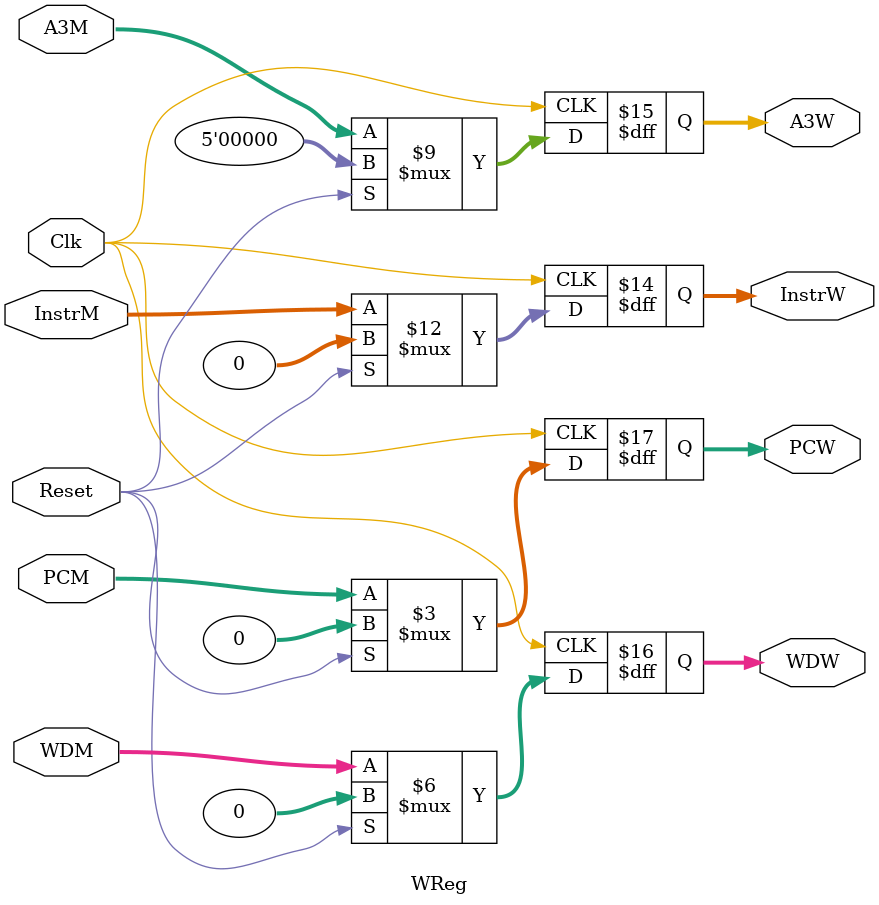
<source format=v>
`timescale 1ns / 1ps
module WReg(
    input Clk,
    input Reset,
    input [31:0] InstrM,
    input [4:0] A3M,
    input [31:0] WDM,
	 input [31:0] PCM,
    output reg [31:0] InstrW,
    output reg [4:0] A3W,
    output reg [31:0] WDW,
	 output reg [31:0] PCW
    );

	always @ (posedge Clk) begin
		if (Reset) begin
			InstrW <= 0;
			A3W <= 0;
			WDW <= 0;
			PCW <= 0;
		end
		else begin
			InstrW <= InstrM;
			A3W <= A3M;
			WDW <= WDM;
			PCW <= PCM;
		end
	end

endmodule

</source>
